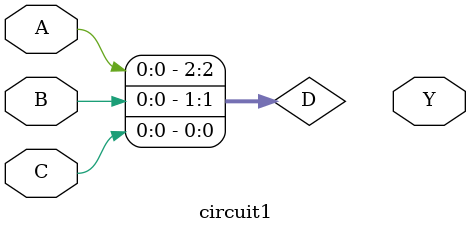
<source format=v>
`timescale 1ns / 1ps


module circuit1(
    input A,
    input B,
    input C,
    output reg Y
    );

    wire [2:0] D;

    assign D ={A,B,C};

    


endmodule
</source>
